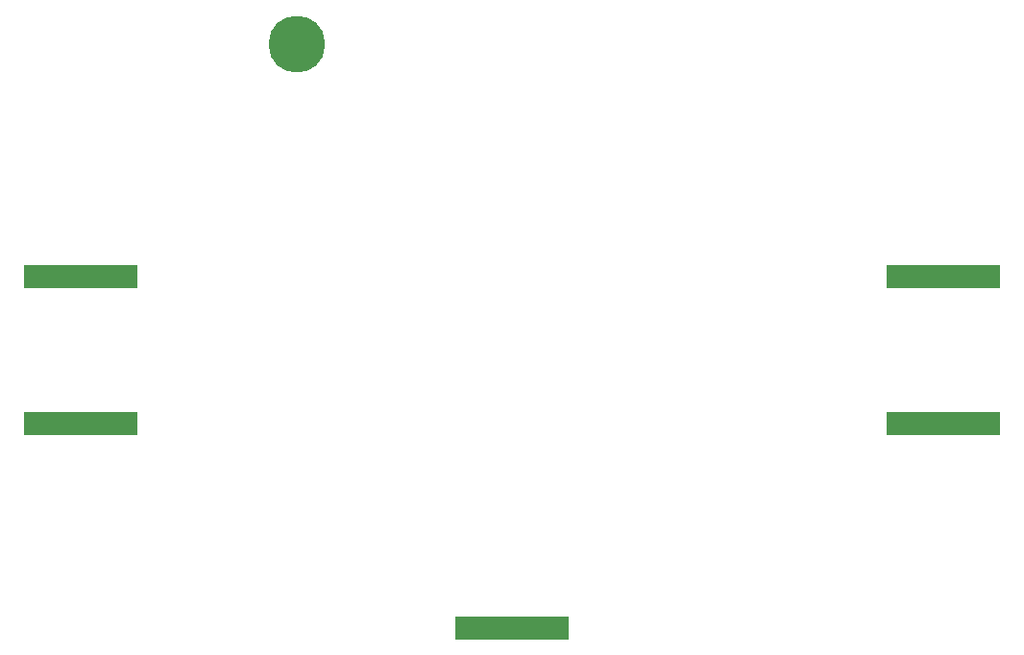
<source format=gbr>
G04 #@! TF.GenerationSoftware,KiCad,Pcbnew,5.0.1*
G04 #@! TF.CreationDate,2019-01-12T14:11:00-06:00*
G04 #@! TF.ProjectId,lid,6C69642E6B696361645F706362000000,rev?*
G04 #@! TF.SameCoordinates,Original*
G04 #@! TF.FileFunction,Copper,L2,Bot,Signal*
G04 #@! TF.FilePolarity,Positive*
%FSLAX46Y46*%
G04 Gerber Fmt 4.6, Leading zero omitted, Abs format (unit mm)*
G04 Created by KiCad (PCBNEW 5.0.1) date Sat 12 Jan 2019 02:11:00 PM CST*
%MOMM*%
%LPD*%
G01*
G04 APERTURE LIST*
G04 #@! TA.AperFunction,SMDPad,CuDef*
%ADD10R,10.000000X2.000000*%
G04 #@! TD*
G04 #@! TA.AperFunction,ComponentPad*
%ADD11C,5.000000*%
G04 #@! TD*
G04 APERTURE END LIST*
D10*
G04 #@! TO.P,REF\002A\002A,5*
G04 #@! TO.N,N/C*
X146500000Y-117500000D03*
G04 #@! TO.P,REF\002A\002A,4*
X184500000Y-99500000D03*
G04 #@! TO.P,REF\002A\002A,3*
X108500000Y-99500000D03*
G04 #@! TO.P,REF\002A\002A,2*
X108500000Y-86500000D03*
G04 #@! TO.P,REF\002A\002A,1*
X184500000Y-86500000D03*
G04 #@! TD*
D11*
G04 #@! TO.P,REF\002A\002A,1*
G04 #@! TO.N,N/C*
X127500000Y-66000000D03*
G04 #@! TD*
M02*

</source>
